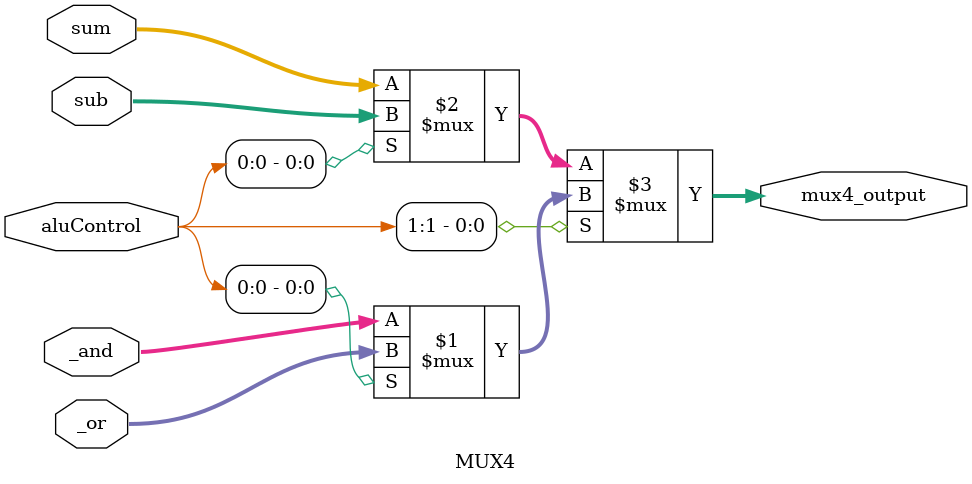
<source format=sv>
module MUX4(input logic [7:0] sum, sub, _and, _or, input logic [1:0] aluControl, output logic [7:0] mux4_output);
    
    //ALU Result için 4xMUX
    assign mux4_output = aluControl[1] ? 
           (aluControl[0] ? _or : _and):
           (aluControl[0] ? sub : sum);

endmodule
</source>
